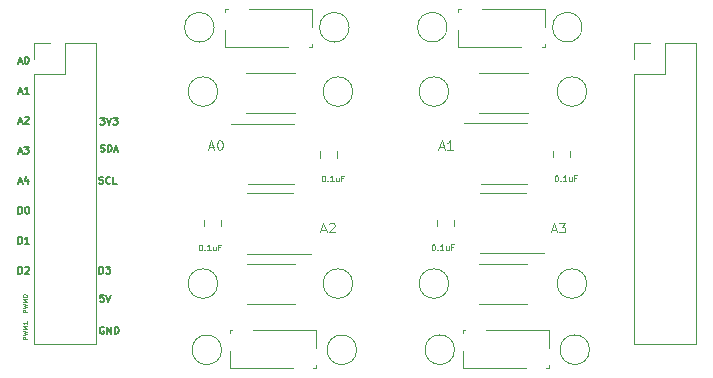
<source format=gbr>
%TF.GenerationSoftware,KiCad,Pcbnew,(5.1.6)-1*%
%TF.CreationDate,2020-06-16T18:44:35+01:00*%
%TF.ProjectId,I_sense_pcb,495f7365-6e73-4655-9f70-63622e6b6963,rev?*%
%TF.SameCoordinates,Original*%
%TF.FileFunction,Legend,Top*%
%TF.FilePolarity,Positive*%
%FSLAX46Y46*%
G04 Gerber Fmt 4.6, Leading zero omitted, Abs format (unit mm)*
G04 Created by KiCad (PCBNEW (5.1.6)-1) date 2020-06-16 18:44:35*
%MOMM*%
%LPD*%
G01*
G04 APERTURE LIST*
%ADD10C,0.150000*%
%ADD11C,0.100000*%
%ADD12C,0.125000*%
%ADD13C,0.120000*%
G04 APERTURE END LIST*
D10*
X114505714Y-78631428D02*
X114220000Y-78631428D01*
X114191428Y-78917142D01*
X114220000Y-78888571D01*
X114277142Y-78860000D01*
X114420000Y-78860000D01*
X114477142Y-78888571D01*
X114505714Y-78917142D01*
X114534285Y-78974285D01*
X114534285Y-79117142D01*
X114505714Y-79174285D01*
X114477142Y-79202857D01*
X114420000Y-79231428D01*
X114277142Y-79231428D01*
X114220000Y-79202857D01*
X114191428Y-79174285D01*
X114705714Y-78631428D02*
X114905714Y-79231428D01*
X115105714Y-78631428D01*
X114226142Y-63633628D02*
X114597571Y-63633628D01*
X114397571Y-63862200D01*
X114483285Y-63862200D01*
X114540428Y-63890771D01*
X114569000Y-63919342D01*
X114597571Y-63976485D01*
X114597571Y-64119342D01*
X114569000Y-64176485D01*
X114540428Y-64205057D01*
X114483285Y-64233628D01*
X114311857Y-64233628D01*
X114254714Y-64205057D01*
X114226142Y-64176485D01*
X114769000Y-63633628D02*
X114969000Y-64233628D01*
X115169000Y-63633628D01*
X115311857Y-63633628D02*
X115683285Y-63633628D01*
X115483285Y-63862200D01*
X115569000Y-63862200D01*
X115626142Y-63890771D01*
X115654714Y-63919342D01*
X115683285Y-63976485D01*
X115683285Y-64119342D01*
X115654714Y-64176485D01*
X115626142Y-64205057D01*
X115569000Y-64233628D01*
X115397571Y-64233628D01*
X115340428Y-64205057D01*
X115311857Y-64176485D01*
X114240428Y-66491057D02*
X114326142Y-66519628D01*
X114469000Y-66519628D01*
X114526142Y-66491057D01*
X114554714Y-66462485D01*
X114583285Y-66405342D01*
X114583285Y-66348200D01*
X114554714Y-66291057D01*
X114526142Y-66262485D01*
X114469000Y-66233914D01*
X114354714Y-66205342D01*
X114297571Y-66176771D01*
X114269000Y-66148200D01*
X114240428Y-66091057D01*
X114240428Y-66033914D01*
X114269000Y-65976771D01*
X114297571Y-65948200D01*
X114354714Y-65919628D01*
X114497571Y-65919628D01*
X114583285Y-65948200D01*
X114840428Y-66519628D02*
X114840428Y-65919628D01*
X114983285Y-65919628D01*
X115069000Y-65948200D01*
X115126142Y-66005342D01*
X115154714Y-66062485D01*
X115183285Y-66176771D01*
X115183285Y-66262485D01*
X115154714Y-66376771D01*
X115126142Y-66433914D01*
X115069000Y-66491057D01*
X114983285Y-66519628D01*
X114840428Y-66519628D01*
X115411857Y-66348200D02*
X115697571Y-66348200D01*
X115354714Y-66519628D02*
X115554714Y-65919628D01*
X115754714Y-66519628D01*
D11*
X142928571Y-66133333D02*
X143309523Y-66133333D01*
X142852380Y-66361904D02*
X143119047Y-65561904D01*
X143385714Y-66361904D01*
X144071428Y-66361904D02*
X143614285Y-66361904D01*
X143842857Y-66361904D02*
X143842857Y-65561904D01*
X143766666Y-65676190D01*
X143690476Y-65752380D01*
X143614285Y-65790476D01*
D12*
X142397571Y-74377190D02*
X142445190Y-74377190D01*
X142492809Y-74401000D01*
X142516619Y-74424809D01*
X142540428Y-74472428D01*
X142564238Y-74567666D01*
X142564238Y-74686714D01*
X142540428Y-74781952D01*
X142516619Y-74829571D01*
X142492809Y-74853380D01*
X142445190Y-74877190D01*
X142397571Y-74877190D01*
X142349952Y-74853380D01*
X142326142Y-74829571D01*
X142302333Y-74781952D01*
X142278523Y-74686714D01*
X142278523Y-74567666D01*
X142302333Y-74472428D01*
X142326142Y-74424809D01*
X142349952Y-74401000D01*
X142397571Y-74377190D01*
X142778523Y-74829571D02*
X142802333Y-74853380D01*
X142778523Y-74877190D01*
X142754714Y-74853380D01*
X142778523Y-74829571D01*
X142778523Y-74877190D01*
X143278523Y-74877190D02*
X142992809Y-74877190D01*
X143135666Y-74877190D02*
X143135666Y-74377190D01*
X143088047Y-74448619D01*
X143040428Y-74496238D01*
X142992809Y-74520047D01*
X143707095Y-74543857D02*
X143707095Y-74877190D01*
X143492809Y-74543857D02*
X143492809Y-74805761D01*
X143516619Y-74853380D01*
X143564238Y-74877190D01*
X143635666Y-74877190D01*
X143683285Y-74853380D01*
X143707095Y-74829571D01*
X144111857Y-74615285D02*
X143945190Y-74615285D01*
X143945190Y-74877190D02*
X143945190Y-74377190D01*
X144183285Y-74377190D01*
D11*
X152428571Y-73133333D02*
X152809523Y-73133333D01*
X152352380Y-73361904D02*
X152619047Y-72561904D01*
X152885714Y-73361904D01*
X153076190Y-72561904D02*
X153571428Y-72561904D01*
X153304761Y-72866666D01*
X153419047Y-72866666D01*
X153495238Y-72904761D01*
X153533333Y-72942857D01*
X153571428Y-73019047D01*
X153571428Y-73209523D01*
X153533333Y-73285714D01*
X153495238Y-73323809D01*
X153419047Y-73361904D01*
X153190476Y-73361904D01*
X153114285Y-73323809D01*
X153076190Y-73285714D01*
D12*
X152811571Y-68535190D02*
X152859190Y-68535190D01*
X152906809Y-68559000D01*
X152930619Y-68582809D01*
X152954428Y-68630428D01*
X152978238Y-68725666D01*
X152978238Y-68844714D01*
X152954428Y-68939952D01*
X152930619Y-68987571D01*
X152906809Y-69011380D01*
X152859190Y-69035190D01*
X152811571Y-69035190D01*
X152763952Y-69011380D01*
X152740142Y-68987571D01*
X152716333Y-68939952D01*
X152692523Y-68844714D01*
X152692523Y-68725666D01*
X152716333Y-68630428D01*
X152740142Y-68582809D01*
X152763952Y-68559000D01*
X152811571Y-68535190D01*
X153192523Y-68987571D02*
X153216333Y-69011380D01*
X153192523Y-69035190D01*
X153168714Y-69011380D01*
X153192523Y-68987571D01*
X153192523Y-69035190D01*
X153692523Y-69035190D02*
X153406809Y-69035190D01*
X153549666Y-69035190D02*
X153549666Y-68535190D01*
X153502047Y-68606619D01*
X153454428Y-68654238D01*
X153406809Y-68678047D01*
X154121095Y-68701857D02*
X154121095Y-69035190D01*
X153906809Y-68701857D02*
X153906809Y-68963761D01*
X153930619Y-69011380D01*
X153978238Y-69035190D01*
X154049666Y-69035190D01*
X154097285Y-69011380D01*
X154121095Y-68987571D01*
X154525857Y-68773285D02*
X154359190Y-68773285D01*
X154359190Y-69035190D02*
X154359190Y-68535190D01*
X154597285Y-68535190D01*
D11*
X123428571Y-66133333D02*
X123809523Y-66133333D01*
X123352380Y-66361904D02*
X123619047Y-65561904D01*
X123885714Y-66361904D01*
X124304761Y-65561904D02*
X124380952Y-65561904D01*
X124457142Y-65600000D01*
X124495238Y-65638095D01*
X124533333Y-65714285D01*
X124571428Y-65866666D01*
X124571428Y-66057142D01*
X124533333Y-66209523D01*
X124495238Y-66285714D01*
X124457142Y-66323809D01*
X124380952Y-66361904D01*
X124304761Y-66361904D01*
X124228571Y-66323809D01*
X124190476Y-66285714D01*
X124152380Y-66209523D01*
X124114285Y-66057142D01*
X124114285Y-65866666D01*
X124152380Y-65714285D01*
X124190476Y-65638095D01*
X124228571Y-65600000D01*
X124304761Y-65561904D01*
D12*
X133089571Y-68543190D02*
X133137190Y-68543190D01*
X133184809Y-68567000D01*
X133208619Y-68590809D01*
X133232428Y-68638428D01*
X133256238Y-68733666D01*
X133256238Y-68852714D01*
X133232428Y-68947952D01*
X133208619Y-68995571D01*
X133184809Y-69019380D01*
X133137190Y-69043190D01*
X133089571Y-69043190D01*
X133041952Y-69019380D01*
X133018142Y-68995571D01*
X132994333Y-68947952D01*
X132970523Y-68852714D01*
X132970523Y-68733666D01*
X132994333Y-68638428D01*
X133018142Y-68590809D01*
X133041952Y-68567000D01*
X133089571Y-68543190D01*
X133470523Y-68995571D02*
X133494333Y-69019380D01*
X133470523Y-69043190D01*
X133446714Y-69019380D01*
X133470523Y-68995571D01*
X133470523Y-69043190D01*
X133970523Y-69043190D02*
X133684809Y-69043190D01*
X133827666Y-69043190D02*
X133827666Y-68543190D01*
X133780047Y-68614619D01*
X133732428Y-68662238D01*
X133684809Y-68686047D01*
X134399095Y-68709857D02*
X134399095Y-69043190D01*
X134184809Y-68709857D02*
X134184809Y-68971761D01*
X134208619Y-69019380D01*
X134256238Y-69043190D01*
X134327666Y-69043190D01*
X134375285Y-69019380D01*
X134399095Y-68995571D01*
X134803857Y-68781285D02*
X134637190Y-68781285D01*
X134637190Y-69043190D02*
X134637190Y-68543190D01*
X134875285Y-68543190D01*
D11*
X132928571Y-73133333D02*
X133309523Y-73133333D01*
X132852380Y-73361904D02*
X133119047Y-72561904D01*
X133385714Y-73361904D01*
X133614285Y-72638095D02*
X133652380Y-72600000D01*
X133728571Y-72561904D01*
X133919047Y-72561904D01*
X133995238Y-72600000D01*
X134033333Y-72638095D01*
X134071428Y-72714285D01*
X134071428Y-72790476D01*
X134033333Y-72904761D01*
X133576190Y-73361904D01*
X134071428Y-73361904D01*
D12*
X122675571Y-74385190D02*
X122723190Y-74385190D01*
X122770809Y-74409000D01*
X122794619Y-74432809D01*
X122818428Y-74480428D01*
X122842238Y-74575666D01*
X122842238Y-74694714D01*
X122818428Y-74789952D01*
X122794619Y-74837571D01*
X122770809Y-74861380D01*
X122723190Y-74885190D01*
X122675571Y-74885190D01*
X122627952Y-74861380D01*
X122604142Y-74837571D01*
X122580333Y-74789952D01*
X122556523Y-74694714D01*
X122556523Y-74575666D01*
X122580333Y-74480428D01*
X122604142Y-74432809D01*
X122627952Y-74409000D01*
X122675571Y-74385190D01*
X123056523Y-74837571D02*
X123080333Y-74861380D01*
X123056523Y-74885190D01*
X123032714Y-74861380D01*
X123056523Y-74837571D01*
X123056523Y-74885190D01*
X123556523Y-74885190D02*
X123270809Y-74885190D01*
X123413666Y-74885190D02*
X123413666Y-74385190D01*
X123366047Y-74456619D01*
X123318428Y-74504238D01*
X123270809Y-74528047D01*
X123985095Y-74551857D02*
X123985095Y-74885190D01*
X123770809Y-74551857D02*
X123770809Y-74813761D01*
X123794619Y-74861380D01*
X123842238Y-74885190D01*
X123913666Y-74885190D01*
X123961285Y-74861380D01*
X123985095Y-74837571D01*
X124389857Y-74623285D02*
X124223190Y-74623285D01*
X124223190Y-74885190D02*
X124223190Y-74385190D01*
X124461285Y-74385190D01*
D10*
X114145142Y-76857428D02*
X114145142Y-76257428D01*
X114288000Y-76257428D01*
X114373714Y-76286000D01*
X114430857Y-76343142D01*
X114459428Y-76400285D01*
X114488000Y-76514571D01*
X114488000Y-76600285D01*
X114459428Y-76714571D01*
X114430857Y-76771714D01*
X114373714Y-76828857D01*
X114288000Y-76857428D01*
X114145142Y-76857428D01*
X114688000Y-76257428D02*
X115059428Y-76257428D01*
X114859428Y-76486000D01*
X114945142Y-76486000D01*
X115002285Y-76514571D01*
X115030857Y-76543142D01*
X115059428Y-76600285D01*
X115059428Y-76743142D01*
X115030857Y-76800285D01*
X115002285Y-76828857D01*
X114945142Y-76857428D01*
X114773714Y-76857428D01*
X114716571Y-76828857D01*
X114688000Y-76800285D01*
X114127714Y-69208857D02*
X114213428Y-69237428D01*
X114356285Y-69237428D01*
X114413428Y-69208857D01*
X114442000Y-69180285D01*
X114470571Y-69123142D01*
X114470571Y-69066000D01*
X114442000Y-69008857D01*
X114413428Y-68980285D01*
X114356285Y-68951714D01*
X114242000Y-68923142D01*
X114184857Y-68894571D01*
X114156285Y-68866000D01*
X114127714Y-68808857D01*
X114127714Y-68751714D01*
X114156285Y-68694571D01*
X114184857Y-68666000D01*
X114242000Y-68637428D01*
X114384857Y-68637428D01*
X114470571Y-68666000D01*
X115070571Y-69180285D02*
X115042000Y-69208857D01*
X114956285Y-69237428D01*
X114899142Y-69237428D01*
X114813428Y-69208857D01*
X114756285Y-69151714D01*
X114727714Y-69094571D01*
X114699142Y-68980285D01*
X114699142Y-68894571D01*
X114727714Y-68780285D01*
X114756285Y-68723142D01*
X114813428Y-68666000D01*
X114899142Y-68637428D01*
X114956285Y-68637428D01*
X115042000Y-68666000D01*
X115070571Y-68694571D01*
X115613428Y-69237428D02*
X115327714Y-69237428D01*
X115327714Y-68637428D01*
X114511857Y-81366000D02*
X114454714Y-81337428D01*
X114369000Y-81337428D01*
X114283285Y-81366000D01*
X114226142Y-81423142D01*
X114197571Y-81480285D01*
X114169000Y-81594571D01*
X114169000Y-81680285D01*
X114197571Y-81794571D01*
X114226142Y-81851714D01*
X114283285Y-81908857D01*
X114369000Y-81937428D01*
X114426142Y-81937428D01*
X114511857Y-81908857D01*
X114540428Y-81880285D01*
X114540428Y-81680285D01*
X114426142Y-81680285D01*
X114797571Y-81937428D02*
X114797571Y-81337428D01*
X115140428Y-81937428D01*
X115140428Y-81337428D01*
X115426142Y-81937428D02*
X115426142Y-81337428D01*
X115569000Y-81337428D01*
X115654714Y-81366000D01*
X115711857Y-81423142D01*
X115740428Y-81480285D01*
X115769000Y-81594571D01*
X115769000Y-81680285D01*
X115740428Y-81794571D01*
X115711857Y-81851714D01*
X115654714Y-81908857D01*
X115569000Y-81937428D01*
X115426142Y-81937428D01*
D11*
X108037952Y-82418380D02*
X107637952Y-82418380D01*
X107637952Y-82266000D01*
X107657000Y-82227904D01*
X107676047Y-82208857D01*
X107714142Y-82189809D01*
X107771285Y-82189809D01*
X107809380Y-82208857D01*
X107828428Y-82227904D01*
X107847476Y-82266000D01*
X107847476Y-82418380D01*
X107637952Y-82056476D02*
X108037952Y-81961238D01*
X107752238Y-81885047D01*
X108037952Y-81808857D01*
X107637952Y-81713619D01*
X108037952Y-81561238D02*
X107637952Y-81561238D01*
X107923666Y-81427904D01*
X107637952Y-81294571D01*
X108037952Y-81294571D01*
X108037952Y-80894571D02*
X108037952Y-81123142D01*
X108037952Y-81008857D02*
X107637952Y-81008857D01*
X107695095Y-81046952D01*
X107733190Y-81085047D01*
X107752238Y-81123142D01*
D10*
X107287142Y-71777428D02*
X107287142Y-71177428D01*
X107430000Y-71177428D01*
X107515714Y-71206000D01*
X107572857Y-71263142D01*
X107601428Y-71320285D01*
X107630000Y-71434571D01*
X107630000Y-71520285D01*
X107601428Y-71634571D01*
X107572857Y-71691714D01*
X107515714Y-71748857D01*
X107430000Y-71777428D01*
X107287142Y-71777428D01*
X108001428Y-71177428D02*
X108058571Y-71177428D01*
X108115714Y-71206000D01*
X108144285Y-71234571D01*
X108172857Y-71291714D01*
X108201428Y-71406000D01*
X108201428Y-71548857D01*
X108172857Y-71663142D01*
X108144285Y-71720285D01*
X108115714Y-71748857D01*
X108058571Y-71777428D01*
X108001428Y-71777428D01*
X107944285Y-71748857D01*
X107915714Y-71720285D01*
X107887142Y-71663142D01*
X107858571Y-71548857D01*
X107858571Y-71406000D01*
X107887142Y-71291714D01*
X107915714Y-71234571D01*
X107944285Y-71206000D01*
X108001428Y-71177428D01*
X107287142Y-74317428D02*
X107287142Y-73717428D01*
X107430000Y-73717428D01*
X107515714Y-73746000D01*
X107572857Y-73803142D01*
X107601428Y-73860285D01*
X107630000Y-73974571D01*
X107630000Y-74060285D01*
X107601428Y-74174571D01*
X107572857Y-74231714D01*
X107515714Y-74288857D01*
X107430000Y-74317428D01*
X107287142Y-74317428D01*
X108201428Y-74317428D02*
X107858571Y-74317428D01*
X108030000Y-74317428D02*
X108030000Y-73717428D01*
X107972857Y-73803142D01*
X107915714Y-73860285D01*
X107858571Y-73888857D01*
X107287142Y-76857428D02*
X107287142Y-76257428D01*
X107430000Y-76257428D01*
X107515714Y-76286000D01*
X107572857Y-76343142D01*
X107601428Y-76400285D01*
X107630000Y-76514571D01*
X107630000Y-76600285D01*
X107601428Y-76714571D01*
X107572857Y-76771714D01*
X107515714Y-76828857D01*
X107430000Y-76857428D01*
X107287142Y-76857428D01*
X107858571Y-76314571D02*
X107887142Y-76286000D01*
X107944285Y-76257428D01*
X108087142Y-76257428D01*
X108144285Y-76286000D01*
X108172857Y-76314571D01*
X108201428Y-76371714D01*
X108201428Y-76428857D01*
X108172857Y-76514571D01*
X107830000Y-76857428D01*
X108201428Y-76857428D01*
X107301428Y-58906000D02*
X107587142Y-58906000D01*
X107244285Y-59077428D02*
X107444285Y-58477428D01*
X107644285Y-59077428D01*
X107958571Y-58477428D02*
X108015714Y-58477428D01*
X108072857Y-58506000D01*
X108101428Y-58534571D01*
X108130000Y-58591714D01*
X108158571Y-58706000D01*
X108158571Y-58848857D01*
X108130000Y-58963142D01*
X108101428Y-59020285D01*
X108072857Y-59048857D01*
X108015714Y-59077428D01*
X107958571Y-59077428D01*
X107901428Y-59048857D01*
X107872857Y-59020285D01*
X107844285Y-58963142D01*
X107815714Y-58848857D01*
X107815714Y-58706000D01*
X107844285Y-58591714D01*
X107872857Y-58534571D01*
X107901428Y-58506000D01*
X107958571Y-58477428D01*
X107301428Y-61446000D02*
X107587142Y-61446000D01*
X107244285Y-61617428D02*
X107444285Y-61017428D01*
X107644285Y-61617428D01*
X108158571Y-61617428D02*
X107815714Y-61617428D01*
X107987142Y-61617428D02*
X107987142Y-61017428D01*
X107930000Y-61103142D01*
X107872857Y-61160285D01*
X107815714Y-61188857D01*
X107301428Y-63986000D02*
X107587142Y-63986000D01*
X107244285Y-64157428D02*
X107444285Y-63557428D01*
X107644285Y-64157428D01*
X107815714Y-63614571D02*
X107844285Y-63586000D01*
X107901428Y-63557428D01*
X108044285Y-63557428D01*
X108101428Y-63586000D01*
X108130000Y-63614571D01*
X108158571Y-63671714D01*
X108158571Y-63728857D01*
X108130000Y-63814571D01*
X107787142Y-64157428D01*
X108158571Y-64157428D01*
X107301428Y-66526000D02*
X107587142Y-66526000D01*
X107244285Y-66697428D02*
X107444285Y-66097428D01*
X107644285Y-66697428D01*
X107787142Y-66097428D02*
X108158571Y-66097428D01*
X107958571Y-66326000D01*
X108044285Y-66326000D01*
X108101428Y-66354571D01*
X108130000Y-66383142D01*
X108158571Y-66440285D01*
X108158571Y-66583142D01*
X108130000Y-66640285D01*
X108101428Y-66668857D01*
X108044285Y-66697428D01*
X107872857Y-66697428D01*
X107815714Y-66668857D01*
X107787142Y-66640285D01*
D11*
X108037952Y-80132380D02*
X107637952Y-80132380D01*
X107637952Y-79980000D01*
X107657000Y-79941904D01*
X107676047Y-79922857D01*
X107714142Y-79903809D01*
X107771285Y-79903809D01*
X107809380Y-79922857D01*
X107828428Y-79941904D01*
X107847476Y-79980000D01*
X107847476Y-80132380D01*
X107637952Y-79770476D02*
X108037952Y-79675238D01*
X107752238Y-79599047D01*
X108037952Y-79522857D01*
X107637952Y-79427619D01*
X108037952Y-79275238D02*
X107637952Y-79275238D01*
X107923666Y-79141904D01*
X107637952Y-79008571D01*
X108037952Y-79008571D01*
X107637952Y-78741904D02*
X107637952Y-78703809D01*
X107657000Y-78665714D01*
X107676047Y-78646666D01*
X107714142Y-78627619D01*
X107790333Y-78608571D01*
X107885571Y-78608571D01*
X107961761Y-78627619D01*
X107999857Y-78646666D01*
X108018904Y-78665714D01*
X108037952Y-78703809D01*
X108037952Y-78741904D01*
X108018904Y-78780000D01*
X107999857Y-78799047D01*
X107961761Y-78818095D01*
X107885571Y-78837142D01*
X107790333Y-78837142D01*
X107714142Y-78818095D01*
X107676047Y-78799047D01*
X107657000Y-78780000D01*
X107637952Y-78741904D01*
D10*
X107301428Y-69066000D02*
X107587142Y-69066000D01*
X107244285Y-69237428D02*
X107444285Y-68637428D01*
X107644285Y-69237428D01*
X108101428Y-68837428D02*
X108101428Y-69237428D01*
X107958571Y-68608857D02*
X107815714Y-69037428D01*
X108187142Y-69037428D01*
D13*
%TO.C,U4*%
X148300200Y-75135399D02*
X151750200Y-75135399D01*
X148300200Y-75135399D02*
X146350200Y-75135399D01*
X148300200Y-70015399D02*
X150250200Y-70015399D01*
X148300200Y-70015399D02*
X146350200Y-70015399D01*
%TO.C,C4*%
X144183000Y-72799078D02*
X144183000Y-72281922D01*
X142763000Y-72799078D02*
X142763000Y-72281922D01*
%TO.C,R4*%
X146261936Y-79434400D02*
X150366064Y-79434400D01*
X146261936Y-76014400D02*
X150366064Y-76014400D01*
%TO.C,J9*%
X155011000Y-55982000D02*
G75*
G03*
X155011000Y-55982000I-1251000J0D01*
G01*
%TO.C,R3*%
X150401864Y-59834600D02*
X146297736Y-59834600D01*
X150401864Y-63254600D02*
X146297736Y-63254600D01*
%TO.C,J10*%
X143581000Y-55982000D02*
G75*
G03*
X143581000Y-55982000I-1251000J0D01*
G01*
%TO.C,J14*%
X155407000Y-77690000D02*
G75*
G03*
X155407000Y-77690000I-1251000J0D01*
G01*
%TO.C,J15*%
X155407000Y-61434000D02*
G75*
G03*
X155407000Y-61434000I-1251000J0D01*
G01*
%TO.C,F4*%
X144913000Y-81652000D02*
X145134000Y-81652000D01*
X146892000Y-81652000D02*
X152213000Y-81652000D01*
X144913000Y-84852000D02*
X150235000Y-84852000D01*
X151992000Y-84852000D02*
X152213000Y-84852000D01*
X144913000Y-81652000D02*
X144913000Y-81902000D01*
X144913000Y-83402000D02*
X144913000Y-84852000D01*
X152213000Y-81652000D02*
X152213000Y-83103000D01*
X152213000Y-84602000D02*
X152213000Y-84852000D01*
%TO.C,J13*%
X143723000Y-61434000D02*
G75*
G03*
X143723000Y-61434000I-1251000J0D01*
G01*
%TO.C,J16*%
X143723000Y-77690000D02*
G75*
G03*
X143723000Y-77690000I-1251000J0D01*
G01*
%TO.C,J12*%
X144216000Y-83287000D02*
G75*
G03*
X144216000Y-83287000I-1251000J0D01*
G01*
%TO.C,U3*%
X148424800Y-64133601D02*
X144974800Y-64133601D01*
X148424800Y-64133601D02*
X150374800Y-64133601D01*
X148424800Y-69253601D02*
X146474800Y-69253601D01*
X148424800Y-69253601D02*
X150374800Y-69253601D01*
%TO.C,C3*%
X152542000Y-66490722D02*
X152542000Y-67007878D01*
X153962000Y-66490722D02*
X153962000Y-67007878D01*
%TO.C,J11*%
X155646000Y-83287000D02*
G75*
G03*
X155646000Y-83287000I-1251000J0D01*
G01*
%TO.C,F3*%
X151832000Y-57424000D02*
X151832000Y-57674000D01*
X151832000Y-54474000D02*
X151832000Y-55925000D01*
X144532000Y-56224000D02*
X144532000Y-57674000D01*
X144532000Y-54474000D02*
X144532000Y-54724000D01*
X151611000Y-57674000D02*
X151832000Y-57674000D01*
X144532000Y-57674000D02*
X149854000Y-57674000D01*
X146511000Y-54474000D02*
X151832000Y-54474000D01*
X144532000Y-54474000D02*
X144753000Y-54474000D01*
%TO.C,F2*%
X132110000Y-57432000D02*
X132110000Y-57682000D01*
X132110000Y-54482000D02*
X132110000Y-55933000D01*
X124810000Y-56232000D02*
X124810000Y-57682000D01*
X124810000Y-54482000D02*
X124810000Y-54732000D01*
X131889000Y-57682000D02*
X132110000Y-57682000D01*
X124810000Y-57682000D02*
X130132000Y-57682000D01*
X126789000Y-54482000D02*
X132110000Y-54482000D01*
X124810000Y-54482000D02*
X125031000Y-54482000D01*
%TO.C,J1*%
X135924000Y-83295000D02*
G75*
G03*
X135924000Y-83295000I-1251000J0D01*
G01*
%TO.C,C2*%
X132820000Y-66498722D02*
X132820000Y-67015878D01*
X134240000Y-66498722D02*
X134240000Y-67015878D01*
%TO.C,U2*%
X128702800Y-64141601D02*
X125252800Y-64141601D01*
X128702800Y-64141601D02*
X130652800Y-64141601D01*
X128702800Y-69261601D02*
X126752800Y-69261601D01*
X128702800Y-69261601D02*
X130652800Y-69261601D01*
%TO.C,J2*%
X124494000Y-83295000D02*
G75*
G03*
X124494000Y-83295000I-1251000J0D01*
G01*
%TO.C,J7*%
X124165000Y-77690000D02*
G75*
G03*
X124165000Y-77690000I-1251000J0D01*
G01*
%TO.C,J6*%
X124165000Y-61434000D02*
G75*
G03*
X124165000Y-61434000I-1251000J0D01*
G01*
%TO.C,F1*%
X125191000Y-81660000D02*
X125412000Y-81660000D01*
X127170000Y-81660000D02*
X132491000Y-81660000D01*
X125191000Y-84860000D02*
X130513000Y-84860000D01*
X132270000Y-84860000D02*
X132491000Y-84860000D01*
X125191000Y-81660000D02*
X125191000Y-81910000D01*
X125191000Y-83410000D02*
X125191000Y-84860000D01*
X132491000Y-81660000D02*
X132491000Y-83111000D01*
X132491000Y-84610000D02*
X132491000Y-84860000D01*
%TO.C,J8*%
X135595000Y-61434000D02*
G75*
G03*
X135595000Y-61434000I-1251000J0D01*
G01*
%TO.C,J5*%
X135595000Y-77690000D02*
G75*
G03*
X135595000Y-77690000I-1251000J0D01*
G01*
%TO.C,J4*%
X123859000Y-55990000D02*
G75*
G03*
X123859000Y-55990000I-1251000J0D01*
G01*
%TO.C,R2*%
X130679864Y-59842600D02*
X126575736Y-59842600D01*
X130679864Y-63262600D02*
X126575736Y-63262600D01*
%TO.C,J3*%
X135289000Y-55990000D02*
G75*
G03*
X135289000Y-55990000I-1251000J0D01*
G01*
%TO.C,R1*%
X126601136Y-79442400D02*
X130705264Y-79442400D01*
X126601136Y-76022400D02*
X130705264Y-76022400D01*
%TO.C,C1*%
X124461000Y-72807078D02*
X124461000Y-72289922D01*
X123041000Y-72807078D02*
X123041000Y-72289922D01*
%TO.C,U1*%
X128578200Y-75143399D02*
X132028200Y-75143399D01*
X128578200Y-75143399D02*
X126628200Y-75143399D01*
X128578200Y-70023399D02*
X130528200Y-70023399D01*
X128578200Y-70023399D02*
X126628200Y-70023399D01*
%TO.C,J17*%
X108630000Y-57310000D02*
X109960000Y-57310000D01*
X108630000Y-58640000D02*
X108630000Y-57310000D01*
X111230000Y-57310000D02*
X113830000Y-57310000D01*
X111230000Y-59910000D02*
X111230000Y-57310000D01*
X108630000Y-59910000D02*
X111230000Y-59910000D01*
X113830000Y-57310000D02*
X113830000Y-82830000D01*
X108630000Y-59910000D02*
X108630000Y-82830000D01*
X108630000Y-82830000D02*
X113830000Y-82830000D01*
%TO.C,J18*%
X159430000Y-82830000D02*
X164630000Y-82830000D01*
X159430000Y-59910000D02*
X159430000Y-82830000D01*
X164630000Y-57310000D02*
X164630000Y-82830000D01*
X159430000Y-59910000D02*
X162030000Y-59910000D01*
X162030000Y-59910000D02*
X162030000Y-57310000D01*
X162030000Y-57310000D02*
X164630000Y-57310000D01*
X159430000Y-58640000D02*
X159430000Y-57310000D01*
X159430000Y-57310000D02*
X160760000Y-57310000D01*
%TD*%
M02*

</source>
